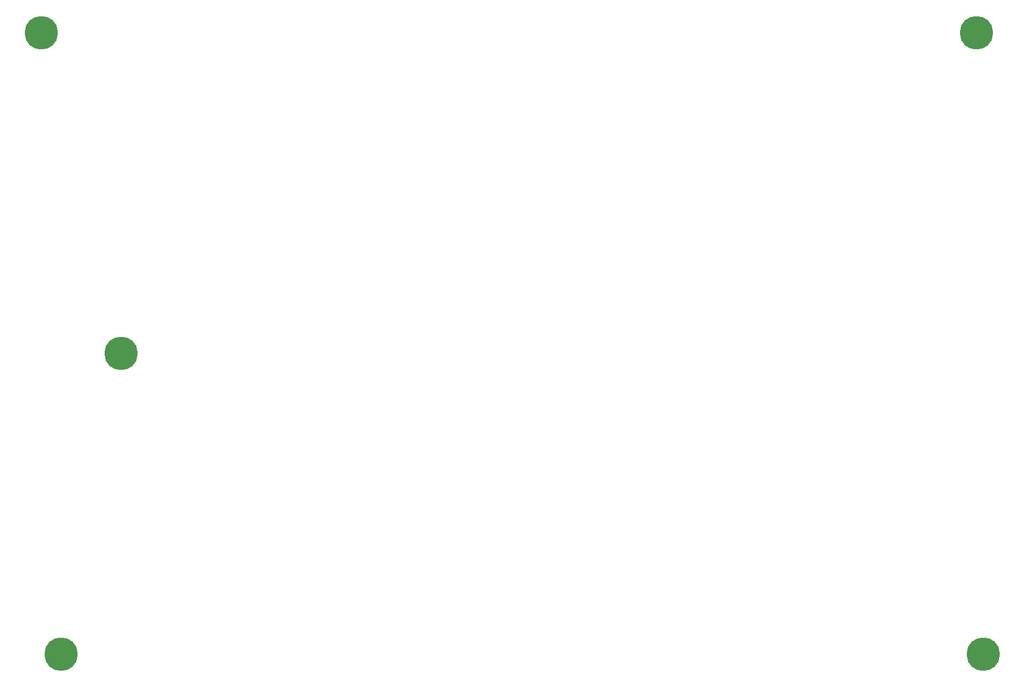
<source format=gbs>
%TF.GenerationSoftware,KiCad,Pcbnew,8.0.1*%
%TF.CreationDate,2024-03-27T10:43:23-04:00*%
%TF.ProjectId,base_plate,62617365-5f70-46c6-9174-652e6b696361,rev?*%
%TF.SameCoordinates,Original*%
%TF.FileFunction,Soldermask,Bot*%
%TF.FilePolarity,Negative*%
%FSLAX46Y46*%
G04 Gerber Fmt 4.6, Leading zero omitted, Abs format (unit mm)*
G04 Created by KiCad (PCBNEW 8.0.1) date 2024-03-27 10:43:23*
%MOMM*%
%LPD*%
G01*
G04 APERTURE LIST*
%ADD10C,2.900000*%
%ADD11C,5.000000*%
G04 APERTURE END LIST*
D10*
%TO.C,REF\u002A\u002A*%
X85175029Y-84688088D03*
D11*
X85175029Y-84688088D03*
%TD*%
D10*
%TO.C,REF\u002A\u002A*%
X73175029Y-36688088D03*
D11*
X73175029Y-36688088D03*
%TD*%
D10*
%TO.C,REF\u002A\u002A*%
X213175029Y-36688088D03*
D11*
X213175029Y-36688088D03*
%TD*%
D10*
%TO.C,REF\u002A\u002A*%
X214175029Y-129688088D03*
D11*
X214175029Y-129688088D03*
%TD*%
D10*
%TO.C,REF\u002A\u002A*%
X76175029Y-129688088D03*
D11*
X76175029Y-129688088D03*
%TD*%
M02*

</source>
